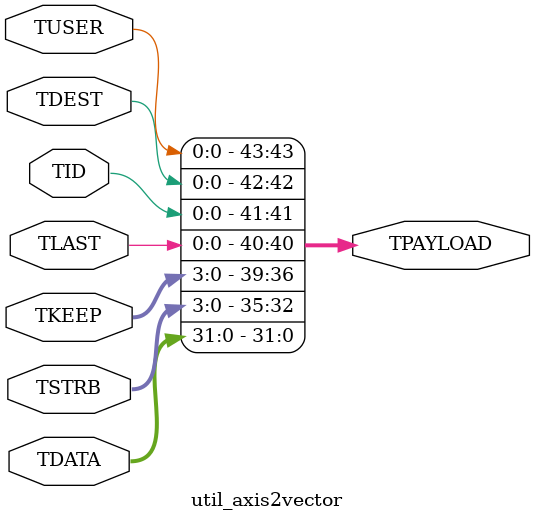
<source format=v>

`timescale 1ps/1ps
`default_nettype none

module util_axis2vector #
(
///////////////////////////////////////////////////////////////////////////////
// Parameter Definitions
///////////////////////////////////////////////////////////////////////////////
   parameter integer C_TDATA_WIDTH = 32,
   parameter integer C_TID_WIDTH   = 1,
   parameter integer C_TDEST_WIDTH = 1,
   parameter integer C_TUSER_WIDTH = 1,
   parameter integer C_TPAYLOAD_WIDTH = 44,
   parameter [31:0]  C_SIGNAL_SET  = 32'hFF
   // C_AXIS_SIGNAL_SET: each bit if enabled specifies which axis optional signals are present
   //   [0] => TREADY present
   //   [1] => TDATA present
   //   [2] => TSTRB present, TDATA must be present
   //   [3] => TKEEP present, TDATA must be present
   //   [4] => TLAST present
   //   [5] => TID present
   //   [6] => TDEST present
   //   [7] => TUSER present
   )
  (
///////////////////////////////////////////////////////////////////////////////
// Port Declarations
///////////////////////////////////////////////////////////////////////////////
   // inputs
   input  wire [C_TDATA_WIDTH-1:0]   TDATA,
   input  wire [C_TDATA_WIDTH/8-1:0] TSTRB,
   input  wire [C_TDATA_WIDTH/8-1:0] TKEEP,
   input  wire                       TLAST,
   input  wire [C_TID_WIDTH-1:0]     TID,
   input  wire [C_TDEST_WIDTH-1:0]   TDEST,
   input  wire [C_TUSER_WIDTH-1:0]   TUSER,

   // outputs
   output wire [C_TPAYLOAD_WIDTH-1:0] TPAYLOAD
   );

////////////////////////////////////////////////////////////////////////////////
// Functions
////////////////////////////////////////////////////////////////////////////////
//`include "axis_infrastructure.v"


//--------------------------------------------------------------------------
///////////////////////////////////////////////////////////////////////////////
// BEGIN Global Parameters
///////////////////////////////////////////////////////////////////////////////
// Define Signal Set indices
localparam G_INDX_SS_READY = 0;
localparam G_INDX_SS_DATA  = 1;
localparam G_INDX_SS_STRB  = 2;
localparam G_INDX_SS_KEEP  = 3;
localparam G_INDX_SS_LAST  = 4;
localparam G_INDX_SS_ID    = 5;
localparam G_INDX_SS_DEST  = 6;
localparam G_INDX_SS_USER  = 7;

///////////////////////////////////////////////////////////////////////////////
// BEGIN Functions
///////////////////////////////////////////////////////////////////////////////
// ceiling logb2
  function integer f_clogb2 (input integer size);
    begin
      size = size - 1;
      for (f_clogb2=1; size>1; f_clogb2=f_clogb2+1)
            size = size >> 1;
    end
  endfunction // clogb2

  // Calculates the Greatest Common Divisor between two integers using the
  // euclidean algorithm.
  function integer f_gcd (
    input integer a,
    input integer b
    );
    begin : main
      if (a == 0) begin
        f_gcd = b;
      end else if (b == 0) begin
        f_gcd = a;
      end else if (a > b) begin
        f_gcd = f_gcd(a % b, b);
      end else begin
        f_gcd = f_gcd(a, b % a);
      end
    end
  endfunction

  // Calculates the Lowest Common Denominator between two integers
  function integer f_lcm (
    input integer a,
    input integer b
    );
    begin : main
      f_lcm = ( a / f_gcd(a, b)) * b; 
    end
  endfunction

  // Returns back the index to the TDATA portion of TPAYLOAD, returns 0 if the
  // signal is not enabled.
  function integer f_get_tdata_indx (
    input integer DAW,  // TDATA Width
    input integer IDW,  // TID Width
    input integer DEW,  // TDEST Width
    input integer USW,  // TUSER Width
    input [31:0]  SST   // Signal Set
    );
    begin : main
      f_get_tdata_indx = 0;
    end
  endfunction

  // Returns back the index to the tstrb portion of TPAYLOAD, returns 0 if the
  // signal is not enabled.
  function integer f_get_tstrb_indx (
    input integer DAW,  // TDATA Width
    input integer IDW,  // TID Width
    input integer DEW,  // TDEST Width
    input integer USW,  // TUSER Width
    input [31:0]  SST   // Signal Set
    );
    begin : main
      integer cur_indx;
      cur_indx = f_get_tdata_indx(DAW, IDW, DEW, USW, SST);
      // If TDATA exists, then add its width to its base to get the tstrb index
      f_get_tstrb_indx = SST[G_INDX_SS_DATA] ? cur_indx + DAW : cur_indx;
    end
  endfunction

  // Returns back the index to the tkeep portion of TPAYLOAD, returns 0 if the
  // signal is not enabled.
  function integer f_get_tkeep_indx (
    input integer DAW,  // TDATA Width
    input integer IDW,  // TID Width
    input integer DEW,  // TDEST Width
    input integer USW,  // TUSER Width
    input [31:0]  SST   // Signal Set
    );
    begin : main
      integer cur_indx;
      cur_indx = f_get_tstrb_indx(DAW, IDW, DEW, USW, SST);
      f_get_tkeep_indx = SST[G_INDX_SS_STRB] ? cur_indx + DAW/8 : cur_indx;
    end
  endfunction

  // Returns back the index to the tlast portion of TPAYLOAD, returns 0 if the
  // signal is not enabled.
  function integer f_get_tlast_indx (
    input integer DAW,  // TDATA Width
    input integer IDW,  // TID Width
    input integer DEW,  // TDEST Width
    input integer USW,  // TUSER Width
    input [31:0]  SST   // Signal Set
    );
    begin : main
      integer cur_indx;
      cur_indx = f_get_tkeep_indx(DAW, IDW, DEW, USW, SST);
      f_get_tlast_indx = SST[G_INDX_SS_KEEP] ? cur_indx + DAW/8 : cur_indx;
    end
  endfunction

  // Returns back the index to the tid portion of TPAYLOAD, returns 0 if the
  // signal is not enabled.
  function integer f_get_tid_indx (
    input integer DAW,  // TDATA Width
    input integer IDW,  // TID Width
    input integer DEW,  // TDEST Width
    input integer USW,  // TUSER Width
    input [31:0]  SST   // Signal Set
    );
    begin : main
      integer cur_indx;
      cur_indx = f_get_tlast_indx(DAW, IDW, DEW, USW, SST);
      f_get_tid_indx = SST[G_INDX_SS_LAST] ? cur_indx + 1 : cur_indx;
    end
  endfunction

  // Returns back the index to the tdest portion of TPAYLOAD, returns 0 if the
  // signal is not enabled.
  function integer f_get_tdest_indx (
    input integer DAW,  // TDATA Width
    input integer IDW,  // TID Width
    input integer DEW,  // TDEST Width
    input integer USW,  // TUSER Width
    input [31:0]  SST   // Signal Set
    );
    begin : main
      integer cur_indx;
      cur_indx = f_get_tid_indx(DAW, IDW, DEW, USW, SST);
      f_get_tdest_indx = SST[G_INDX_SS_ID] ? cur_indx + IDW : cur_indx;
    end
  endfunction

  // Returns back the index to the tuser portion of TPAYLOAD, returns 0 if the
  // signal is not enabled.
  function integer f_get_tuser_indx (
    input integer DAW,  // TDATA Width
    input integer IDW,  // TID Width
    input integer DEW,  // TDEST Width
    input integer USW,  // TUSER Width
    input [31:0]  SST   // Signal Set
    );
    begin : main
      integer cur_indx;
      cur_indx = f_get_tdest_indx(DAW, IDW, DEW, USW, SST);
      f_get_tuser_indx = SST[G_INDX_SS_DEST] ? cur_indx + DEW : cur_indx;
    end
  endfunction

  // Payload is the sum of all the AXIS signals present except for
  // TREADY/TVALID
  function integer f_payload_width (
    input integer DAW,  // TDATA Width
    input integer IDW,  // TID Width
    input integer DEW,  // TDEST Width
    input integer USW,  // TUSER Width
    input [31:0]  SST   // Signal Set
    );
    begin : main
      integer cur_indx;
      cur_indx = f_get_tuser_indx(DAW, IDW, DEW, USW, SST);
      f_payload_width = SST[G_INDX_SS_USER] ? cur_indx + USW : cur_indx;
      // Ensure that the return value is never less than 1
      f_payload_width = (f_payload_width < 1) ? 1 : f_payload_width;
    end
  endfunction
////////////////////////////////////////////////////////////////////////////////
// Local parameters
////////////////////////////////////////////////////////////////////////////////
localparam P_TDATA_INDX = f_get_tdata_indx(C_TDATA_WIDTH, C_TID_WIDTH,
                                           C_TDEST_WIDTH, C_TUSER_WIDTH, 
                                           C_SIGNAL_SET);
localparam P_TSTRB_INDX = f_get_tstrb_indx(C_TDATA_WIDTH, C_TID_WIDTH,
                                           C_TDEST_WIDTH, C_TUSER_WIDTH, 
                                           C_SIGNAL_SET);
localparam P_TKEEP_INDX = f_get_tkeep_indx(C_TDATA_WIDTH, C_TID_WIDTH,
                                           C_TDEST_WIDTH, C_TUSER_WIDTH, 
                                           C_SIGNAL_SET);
localparam P_TLAST_INDX = f_get_tlast_indx(C_TDATA_WIDTH, C_TID_WIDTH,
                                           C_TDEST_WIDTH, C_TUSER_WIDTH, 
                                           C_SIGNAL_SET);
localparam P_TID_INDX   = f_get_tid_indx  (C_TDATA_WIDTH, C_TID_WIDTH,
                                           C_TDEST_WIDTH, C_TUSER_WIDTH, 
                                           C_SIGNAL_SET);
localparam P_TDEST_INDX = f_get_tdest_indx(C_TDATA_WIDTH, C_TID_WIDTH,
                                           C_TDEST_WIDTH, C_TUSER_WIDTH, 
                                           C_SIGNAL_SET);
localparam P_TUSER_INDX = f_get_tuser_indx(C_TDATA_WIDTH, C_TID_WIDTH,
                                           C_TDEST_WIDTH, C_TUSER_WIDTH, 
                                           C_SIGNAL_SET);
////////////////////////////////////////////////////////////////////////////////
// Wires/Reg declarations
////////////////////////////////////////////////////////////////////////////////

////////////////////////////////////////////////////////////////////////////////
// BEGIN RTL
////////////////////////////////////////////////////////////////////////////////
generate
begin
  if (C_SIGNAL_SET[G_INDX_SS_DATA]) begin : gen_tdata
    assign TPAYLOAD[P_TDATA_INDX+:C_TDATA_WIDTH]   = TDATA;
  end
  if (C_SIGNAL_SET[G_INDX_SS_STRB]) begin : gen_tstrb
    assign TPAYLOAD[P_TSTRB_INDX+:C_TDATA_WIDTH/8] = TSTRB;
  end
  if (C_SIGNAL_SET[G_INDX_SS_KEEP]) begin : gen_tkeep
    assign TPAYLOAD[P_TKEEP_INDX+:C_TDATA_WIDTH/8] = TKEEP;
  end
  if (C_SIGNAL_SET[G_INDX_SS_LAST]) begin : gen_tlast
    assign TPAYLOAD[P_TLAST_INDX+:1]               = TLAST;
  end
  if (C_SIGNAL_SET[G_INDX_SS_ID]) begin : gen_tid
    assign TPAYLOAD[P_TID_INDX+:C_TID_WIDTH]       = TID;
  end
  if (C_SIGNAL_SET[G_INDX_SS_DEST]) begin : gen_tdest
    assign TPAYLOAD[P_TDEST_INDX+:C_TDEST_WIDTH]   = TDEST;
  end
  if (C_SIGNAL_SET[G_INDX_SS_USER]) begin : gen_tuser
    assign TPAYLOAD[P_TUSER_INDX+:C_TUSER_WIDTH]   = TUSER;
  end
end
endgenerate
endmodule // axis_register_slice

`default_nettype wire

</source>
